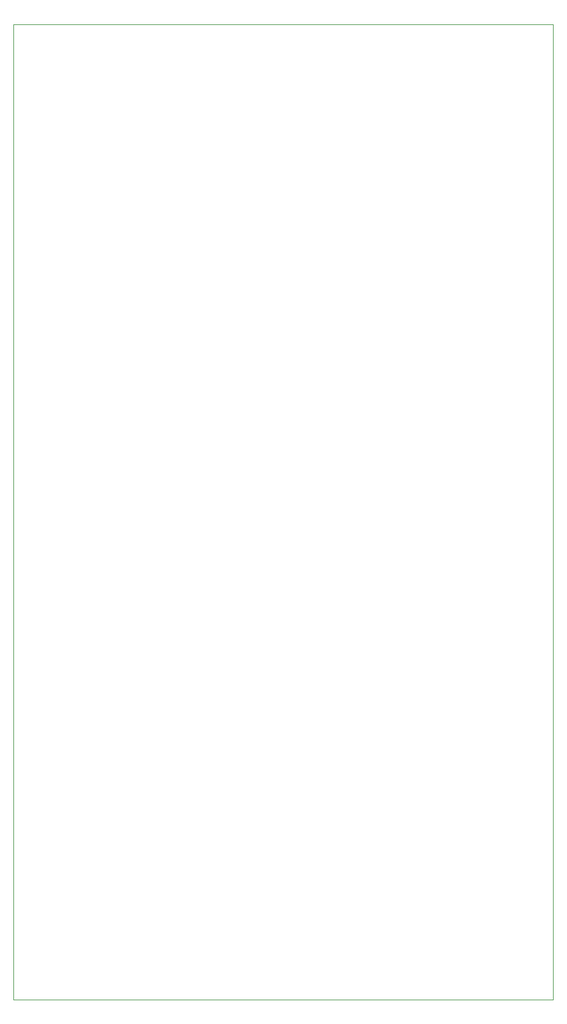
<source format=gbr>
G04 #@! TF.GenerationSoftware,KiCad,Pcbnew,8.0.5-8.0.5-0~ubuntu24.04.1*
G04 #@! TF.CreationDate,2024-10-12T21:44:42+03:00*
G04 #@! TF.ProjectId,esp32-main,65737033-322d-46d6-9169-6e2e6b696361,A*
G04 #@! TF.SameCoordinates,Original*
G04 #@! TF.FileFunction,Profile,NP*
%FSLAX46Y46*%
G04 Gerber Fmt 4.6, Leading zero omitted, Abs format (unit mm)*
G04 Created by KiCad (PCBNEW 8.0.5-8.0.5-0~ubuntu24.04.1) date 2024-10-12 21:44:42*
%MOMM*%
%LPD*%
G01*
G04 APERTURE LIST*
G04 #@! TA.AperFunction,Profile*
%ADD10C,0.050000*%
G04 #@! TD*
G04 APERTURE END LIST*
D10*
X107500000Y-20750000D02*
X182500000Y-20750000D01*
X182500000Y-156250000D01*
X107500000Y-156250000D01*
X107500000Y-20750000D01*
M02*

</source>
